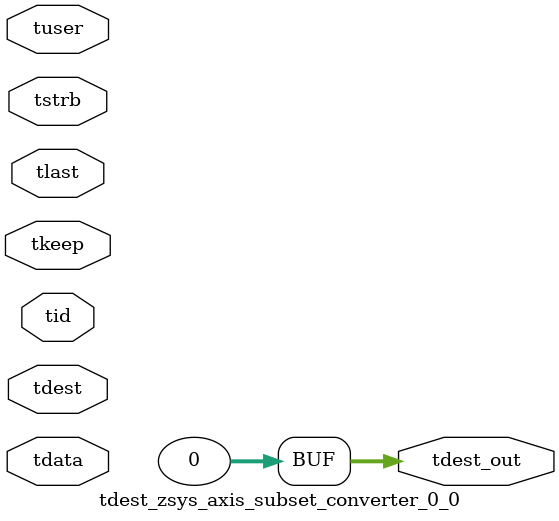
<source format=v>


`timescale 1ps/1ps

module tdest_zsys_axis_subset_converter_0_0 #
(
parameter C_S_AXIS_TDATA_WIDTH = 32,
parameter C_S_AXIS_TUSER_WIDTH = 0,
parameter C_S_AXIS_TID_WIDTH   = 0,
parameter C_S_AXIS_TDEST_WIDTH = 0,
parameter C_M_AXIS_TDEST_WIDTH = 32
)
(
input  [(C_S_AXIS_TDATA_WIDTH == 0 ? 1 : C_S_AXIS_TDATA_WIDTH)-1:0     ] tdata,
input  [(C_S_AXIS_TUSER_WIDTH == 0 ? 1 : C_S_AXIS_TUSER_WIDTH)-1:0     ] tuser,
input  [(C_S_AXIS_TID_WIDTH   == 0 ? 1 : C_S_AXIS_TID_WIDTH)-1:0       ] tid,
input  [(C_S_AXIS_TDEST_WIDTH == 0 ? 1 : C_S_AXIS_TDEST_WIDTH)-1:0     ] tdest,
input  [(C_S_AXIS_TDATA_WIDTH/8)-1:0 ] tkeep,
input  [(C_S_AXIS_TDATA_WIDTH/8)-1:0 ] tstrb,
input                                                                    tlast,
output [C_M_AXIS_TDEST_WIDTH-1:0] tdest_out
);

assign tdest_out = {1'b0};

endmodule


</source>
